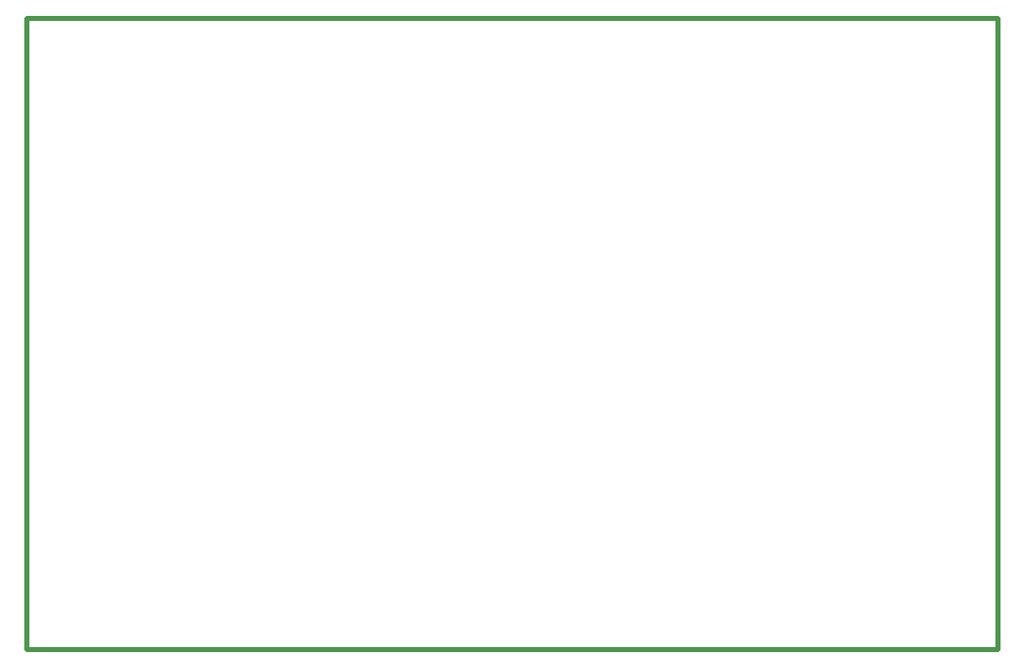
<source format=gko>
G04*
G04 #@! TF.GenerationSoftware,Altium Limited,Altium Designer,23.1.1 (15)*
G04*
G04 Layer_Color=16711935*
%FSLAX44Y44*%
%MOMM*%
G71*
G04*
G04 #@! TF.SameCoordinates,32E53F4C-9CDF-4151-867A-B185B0D7BA91*
G04*
G04*
G04 #@! TF.FilePolarity,Positive*
G04*
G01*
G75*
%ADD61C,0.5080*%
D61*
X0Y0D02*
Y637540D01*
X979170D01*
Y0D02*
Y637540D01*
X0Y0D02*
X979170D01*
Y637540D01*
Y0D02*
Y637540D01*
M02*

</source>
